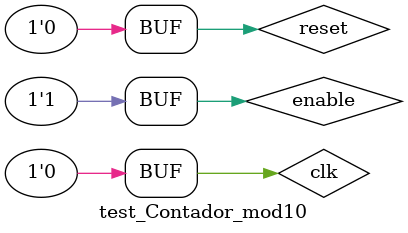
<source format=v>
module test_Contador_mod10;
   reg clk; 
   reg reset;
   reg enable;

   wire [3:0] count;


   Contador_mod10 dut(clk, reset, enable, count);

   initial begin
        $dumpfile("Contador_mod10.vcd");
        $dumpvars(0, test_Contador_mod10);

        clk = 0; reset = 0; enable =0 ;#10;
        clk = 1; reset = 1; enable =0 ;#10;
        clk = 0; reset = 0; enable =1 ;#10;
        clk = 1; reset = 0; enable =1 ;#10;
        clk = 0; reset = 0; enable =1 ;#10;
        clk = 1; reset = 0; enable =1 ;#10;
        clk = 0; reset = 0; enable =1 ;#10;
        clk = 1; reset = 0; enable =1 ;#10;
        clk = 0; reset = 0; enable =1 ;#10;
        clk = 1; reset = 0; enable =1 ;#10;
        clk = 0; reset = 0; enable =1 ;#10;
        clk = 1; reset = 1; enable =1 ;#10;
        clk = 0; reset = 0; enable =1 ;#10;
        clk = 1; reset = 0; enable =1 ;#10;
        clk = 0; reset = 0; enable =1 ;#10;
        clk = 1; reset = 0; enable =1 ;#10;
        clk = 0; reset = 0; enable =1 ;#10;
        clk = 1; reset = 0; enable =1 ;#10;
        clk = 0; reset = 0; enable =1 ;#10;
        clk = 1; reset = 0; enable =1 ;#10;
        clk = 0; reset = 0; enable =1 ;#10;
        clk = 1; reset = 0; enable =1 ;#10;
        clk = 0; reset = 0; enable =1 ;#10;
        clk = 1; reset = 0; enable =1 ;#10;
        clk = 0; reset = 0; enable =1 ;#10;
        clk = 1; reset = 0; enable =1 ;#10;
        clk = 0; reset = 0; enable =1 ;#10;
        clk = 1; reset = 0; enable =1 ;#10;
        clk = 0; reset = 0; enable =1 ;#10;
        clk = 1; reset = 0; enable =1 ;#10;
        clk = 0; reset = 0; enable =1 ;#10;
        clk = 1; reset = 0; enable =1 ;#10;
        clk = 0; reset = 0; enable =1 ;#10;
        clk = 1; reset = 0; enable =1 ;#10;
        clk = 0; reset = 0; enable =1 ;#10;


   end
 

endmodule
</source>
